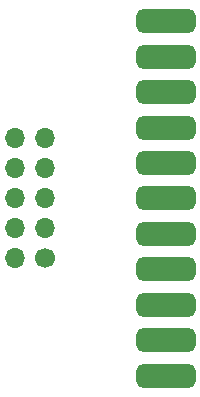
<source format=gbr>
%TF.GenerationSoftware,KiCad,Pcbnew,(6.0.5)*%
%TF.CreationDate,2022-05-17T08:31:02+02:00*%
%TF.ProjectId,logic-breakout,6c6f6769-632d-4627-9265-616b6f75742e,rev?*%
%TF.SameCoordinates,Original*%
%TF.FileFunction,Soldermask,Top*%
%TF.FilePolarity,Negative*%
%FSLAX46Y46*%
G04 Gerber Fmt 4.6, Leading zero omitted, Abs format (unit mm)*
G04 Created by KiCad (PCBNEW (6.0.5)) date 2022-05-17 08:31:02*
%MOMM*%
%LPD*%
G01*
G04 APERTURE LIST*
G04 Aperture macros list*
%AMRoundRect*
0 Rectangle with rounded corners*
0 $1 Rounding radius*
0 $2 $3 $4 $5 $6 $7 $8 $9 X,Y pos of 4 corners*
0 Add a 4 corners polygon primitive as box body*
4,1,4,$2,$3,$4,$5,$6,$7,$8,$9,$2,$3,0*
0 Add four circle primitives for the rounded corners*
1,1,$1+$1,$2,$3*
1,1,$1+$1,$4,$5*
1,1,$1+$1,$6,$7*
1,1,$1+$1,$8,$9*
0 Add four rect primitives between the rounded corners*
20,1,$1+$1,$2,$3,$4,$5,0*
20,1,$1+$1,$4,$5,$6,$7,0*
20,1,$1+$1,$6,$7,$8,$9,0*
20,1,$1+$1,$8,$9,$2,$3,0*%
G04 Aperture macros list end*
%ADD10RoundRect,0.500000X-2.000000X-0.500000X2.000000X-0.500000X2.000000X0.500000X-2.000000X0.500000X0*%
%ADD11RoundRect,0.500000X2.000000X0.500000X-2.000000X0.500000X-2.000000X-0.500000X2.000000X-0.500000X0*%
%ADD12C,1.700000*%
%ADD13O,1.700000X1.700000*%
G04 APERTURE END LIST*
D10*
%TO.C,J5*%
X162060000Y-87000000D03*
%TD*%
%TO.C,J6*%
X162060000Y-90000000D03*
%TD*%
%TO.C,J9*%
X162060000Y-99000000D03*
%TD*%
%TO.C,J10*%
X162060000Y-102000000D03*
%TD*%
%TO.C,J2*%
X162060000Y-78000000D03*
%TD*%
%TO.C,J7*%
X162060000Y-93000000D03*
%TD*%
D11*
%TO.C,J12*%
X162060000Y-75010000D03*
%TD*%
D10*
%TO.C,J3*%
X162060000Y-81000000D03*
%TD*%
%TO.C,J4*%
X162060000Y-84000000D03*
%TD*%
%TO.C,J8*%
X162060000Y-96000000D03*
%TD*%
D12*
%TO.C,J1*%
X151775000Y-95075000D03*
D13*
X149235000Y-95075000D03*
X151775000Y-92535000D03*
X149235000Y-92535000D03*
X151775000Y-89995000D03*
X149235000Y-89995000D03*
X151775000Y-87455000D03*
X149235000Y-87455000D03*
X151775000Y-84915000D03*
X149235000Y-84915000D03*
%TD*%
D11*
%TO.C,J11*%
X162060000Y-105010000D03*
%TD*%
M02*

</source>
